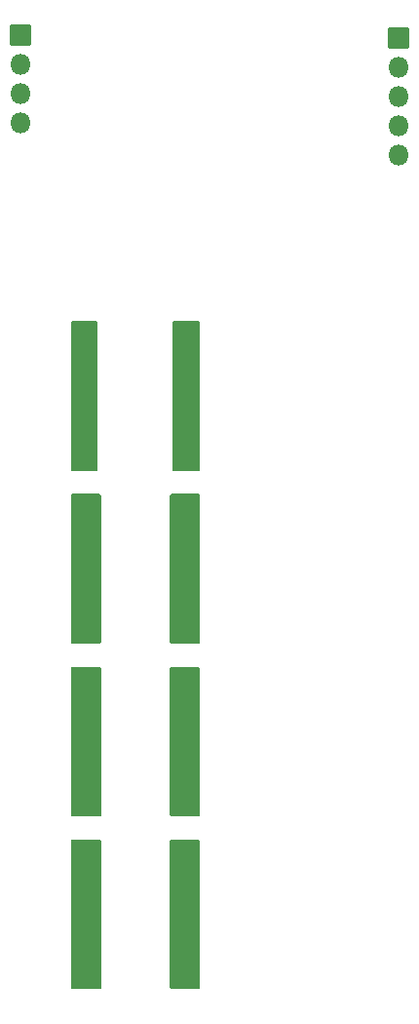
<source format=gbr>
%TF.GenerationSoftware,KiCad,Pcbnew,(6.0.0)*%
%TF.CreationDate,2022-08-23T17:29:19+02:00*%
%TF.ProjectId,TempSpike,54656d70-5370-4696-9b65-2e6b69636164,rev?*%
%TF.SameCoordinates,Original*%
%TF.FileFunction,Soldermask,Bot*%
%TF.FilePolarity,Negative*%
%FSLAX46Y46*%
G04 Gerber Fmt 4.6, Leading zero omitted, Abs format (unit mm)*
G04 Created by KiCad (PCBNEW (6.0.0)) date 2022-08-23 17:29:19*
%MOMM*%
%LPD*%
G01*
G04 APERTURE LIST*
G04 Aperture macros list*
%AMRoundRect*
0 Rectangle with rounded corners*
0 $1 Rounding radius*
0 $2 $3 $4 $5 $6 $7 $8 $9 X,Y pos of 4 corners*
0 Add a 4 corners polygon primitive as box body*
4,1,4,$2,$3,$4,$5,$6,$7,$8,$9,$2,$3,0*
0 Add four circle primitives for the rounded corners*
1,1,$1+$1,$2,$3*
1,1,$1+$1,$4,$5*
1,1,$1+$1,$6,$7*
1,1,$1+$1,$8,$9*
0 Add four rect primitives between the rounded corners*
20,1,$1+$1,$2,$3,$4,$5,0*
20,1,$1+$1,$4,$5,$6,$7,0*
20,1,$1+$1,$6,$7,$8,$9,0*
20,1,$1+$1,$8,$9,$2,$3,0*%
G04 Aperture macros list end*
%ADD10RoundRect,0.051000X-0.850000X-0.850000X0.850000X-0.850000X0.850000X0.850000X-0.850000X0.850000X0*%
%ADD11O,1.802000X1.802000*%
G04 APERTURE END LIST*
D10*
%TO.C,J2*%
X175895000Y-42394000D03*
D11*
X175895000Y-44934000D03*
X175895000Y-47474000D03*
X175895000Y-50014000D03*
X175895000Y-52554000D03*
%TD*%
D10*
%TO.C,J1*%
X143002000Y-42156000D03*
D11*
X143002000Y-44696000D03*
X143002000Y-47236000D03*
X143002000Y-49776000D03*
%TD*%
G36*
X158542121Y-67020002D02*
G01*
X158588614Y-67073658D01*
X158600000Y-67126000D01*
X158600000Y-79874000D01*
X158579998Y-79942121D01*
X158526342Y-79988614D01*
X158474000Y-80000000D01*
X156326000Y-80000000D01*
X156257879Y-79979998D01*
X156211386Y-79926342D01*
X156200000Y-79874000D01*
X156200000Y-67126000D01*
X156220002Y-67057879D01*
X156273658Y-67011386D01*
X156326000Y-67000000D01*
X158474000Y-67000000D01*
X158542121Y-67020002D01*
G37*
G36*
X158542121Y-82020002D02*
G01*
X158588614Y-82073658D01*
X158600000Y-82126000D01*
X158600000Y-94874000D01*
X158579998Y-94942121D01*
X158526342Y-94988614D01*
X158474000Y-95000000D01*
X156126000Y-95000000D01*
X156057879Y-94979998D01*
X156011386Y-94926342D01*
X156000000Y-94874000D01*
X156000000Y-82126000D01*
X156020002Y-82057879D01*
X156073658Y-82011386D01*
X156126000Y-82000000D01*
X158474000Y-82000000D01*
X158542121Y-82020002D01*
G37*
G36*
X158542121Y-97020002D02*
G01*
X158588614Y-97073658D01*
X158600000Y-97126000D01*
X158600000Y-109874000D01*
X158579998Y-109942121D01*
X158526342Y-109988614D01*
X158474000Y-110000000D01*
X156126000Y-110000000D01*
X156057879Y-109979998D01*
X156011386Y-109926342D01*
X156000000Y-109874000D01*
X156000000Y-97126000D01*
X156020002Y-97057879D01*
X156073658Y-97011386D01*
X156126000Y-97000000D01*
X158474000Y-97000000D01*
X158542121Y-97020002D01*
G37*
G36*
X158542121Y-112020002D02*
G01*
X158588614Y-112073658D01*
X158600000Y-112126000D01*
X158600000Y-124874000D01*
X158579998Y-124942121D01*
X158526342Y-124988614D01*
X158474000Y-125000000D01*
X156126000Y-125000000D01*
X156057879Y-124979998D01*
X156011386Y-124926342D01*
X156000000Y-124874000D01*
X156000000Y-112126000D01*
X156020002Y-112057879D01*
X156073658Y-112011386D01*
X156126000Y-112000000D01*
X158474000Y-112000000D01*
X158542121Y-112020002D01*
G37*
G36*
X149942121Y-97020002D02*
G01*
X149988614Y-97073658D01*
X150000000Y-97126000D01*
X150000000Y-109874000D01*
X149979998Y-109942121D01*
X149926342Y-109988614D01*
X149874000Y-110000000D01*
X147526000Y-110000000D01*
X147457879Y-109979998D01*
X147411386Y-109926342D01*
X147400000Y-109874000D01*
X147400000Y-97126000D01*
X147420002Y-97057879D01*
X147473658Y-97011386D01*
X147526000Y-97000000D01*
X149874000Y-97000000D01*
X149942121Y-97020002D01*
G37*
G36*
X149942121Y-82020002D02*
G01*
X149988614Y-82073658D01*
X150000000Y-82126000D01*
X150000000Y-94874000D01*
X149979998Y-94942121D01*
X149926342Y-94988614D01*
X149874000Y-95000000D01*
X147526000Y-95000000D01*
X147457879Y-94979998D01*
X147411386Y-94926342D01*
X147400000Y-94874000D01*
X147400000Y-82126000D01*
X147420002Y-82057879D01*
X147473658Y-82011386D01*
X147526000Y-82000000D01*
X149874000Y-82000000D01*
X149942121Y-82020002D01*
G37*
G36*
X149642121Y-67020002D02*
G01*
X149688614Y-67073658D01*
X149700000Y-67126000D01*
X149700000Y-79874000D01*
X149679998Y-79942121D01*
X149626342Y-79988614D01*
X149574000Y-80000000D01*
X147526000Y-80000000D01*
X147457879Y-79979998D01*
X147411386Y-79926342D01*
X147400000Y-79874000D01*
X147400000Y-67126000D01*
X147420002Y-67057879D01*
X147473658Y-67011386D01*
X147526000Y-67000000D01*
X149574000Y-67000000D01*
X149642121Y-67020002D01*
G37*
G36*
X149942121Y-112020002D02*
G01*
X149988614Y-112073658D01*
X150000000Y-112126000D01*
X150000000Y-124874000D01*
X149979998Y-124942121D01*
X149926342Y-124988614D01*
X149874000Y-125000000D01*
X147526000Y-125000000D01*
X147457879Y-124979998D01*
X147411386Y-124926342D01*
X147400000Y-124874000D01*
X147400000Y-112126000D01*
X147420002Y-112057879D01*
X147473658Y-112011386D01*
X147526000Y-112000000D01*
X149874000Y-112000000D01*
X149942121Y-112020002D01*
G37*
M02*

</source>
